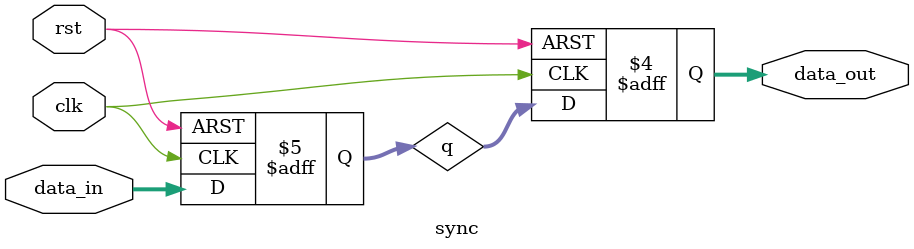
<source format=sv>
module sync #(parameter DATA_WIDTH = 3)(input clk,
                                        input rst,
                                        input [DATA_WIDTH:0]data_in,
                                        output reg [DATA_WIDTH:0]data_out);
  
  reg [DATA_WIDTH : 0]q = 0;
  
  always@(posedge clk or negedge rst) begin
    if(!rst) begin
      data_out <= 'b0;
      q <= 'b0;
    end
    else begin
      q <= data_in;
      data_out <= q;
    end
  end
  
endmodule
</source>
